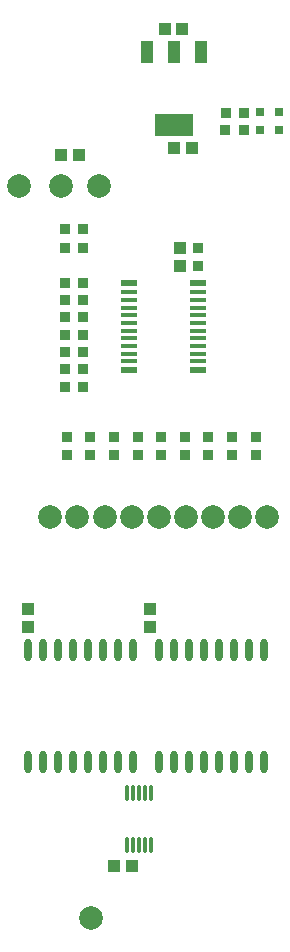
<source format=gtp>
G04*
G04 #@! TF.GenerationSoftware,Altium Limited,Altium Designer,20.2.6 (244)*
G04*
G04 Layer_Color=8421504*
%FSLAX25Y25*%
%MOIN*%
G70*
G04*
G04 #@! TF.SameCoordinates,6C8D4563-3A2C-4F61-AD53-F99773DFA7E0*
G04*
G04*
G04 #@! TF.FilePolarity,Positive*
G04*
G01*
G75*
%ADD18C,0.07874*%
%ADD19R,0.03937X0.04134*%
%ADD20R,0.03347X0.03543*%
%ADD21R,0.03937X0.07284*%
%ADD22R,0.12598X0.07284*%
%ADD23R,0.03150X0.03150*%
%ADD24R,0.04134X0.03937*%
%ADD25O,0.02362X0.07480*%
%ADD26R,0.05315X0.02362*%
%ADD27R,0.05315X0.01575*%
%ADD28R,0.03543X0.03347*%
%ADD29O,0.01181X0.05709*%
D18*
X89950Y134150D02*
D03*
X79900Y377953D02*
D03*
X65900D02*
D03*
X121575Y267795D02*
D03*
X85433Y267795D02*
D03*
X94488Y267795D02*
D03*
X76378D02*
D03*
X103543Y267795D02*
D03*
X112598D02*
D03*
X130748Y267795D02*
D03*
X139764Y267795D02*
D03*
X148819D02*
D03*
X92520Y377953D02*
D03*
D19*
X109622Y231063D02*
D03*
Y236968D02*
D03*
X69100Y237053D02*
D03*
Y231147D02*
D03*
X119685Y351279D02*
D03*
Y357185D02*
D03*
D20*
X140952Y402394D02*
D03*
X134850D02*
D03*
X134810Y396602D02*
D03*
X140913D02*
D03*
X87382Y311142D02*
D03*
X81279D02*
D03*
Y322756D02*
D03*
X87382D02*
D03*
X81279Y345630D02*
D03*
X87382D02*
D03*
Y316850D02*
D03*
X81279D02*
D03*
X87382Y328465D02*
D03*
X81279D02*
D03*
X87382Y334173D02*
D03*
X81279D02*
D03*
X87382Y339921D02*
D03*
X81279D02*
D03*
D21*
X126770Y422637D02*
D03*
X117715D02*
D03*
X108660D02*
D03*
D22*
X117715Y398424D02*
D03*
D23*
X152625Y396602D02*
D03*
X146326D02*
D03*
X152665Y402591D02*
D03*
X146365D02*
D03*
D24*
X114565Y430452D02*
D03*
X120471D02*
D03*
X117754Y390649D02*
D03*
X123660D02*
D03*
X85903Y388300D02*
D03*
X79997D02*
D03*
X97647Y151300D02*
D03*
X103553D02*
D03*
D25*
X103980Y223307D02*
D03*
X98980D02*
D03*
X93980D02*
D03*
X88980D02*
D03*
X83980D02*
D03*
X78980D02*
D03*
X73980D02*
D03*
X68980D02*
D03*
X103980Y185906D02*
D03*
X98980D02*
D03*
X93980D02*
D03*
X88980D02*
D03*
X83980D02*
D03*
X78980D02*
D03*
X73980D02*
D03*
X68980D02*
D03*
X147563Y223268D02*
D03*
X142563D02*
D03*
X137563D02*
D03*
X132563D02*
D03*
X127563D02*
D03*
X122563D02*
D03*
X117563D02*
D03*
X112563D02*
D03*
X147563Y185866D02*
D03*
X142563D02*
D03*
X137563D02*
D03*
X132563D02*
D03*
X127563D02*
D03*
X122563D02*
D03*
X117563D02*
D03*
X112563D02*
D03*
D26*
X125650Y316555D02*
D03*
Y345492D02*
D03*
X102618Y316555D02*
D03*
Y345492D02*
D03*
D27*
X125650Y324626D02*
D03*
Y332303D02*
D03*
Y334862D02*
D03*
Y337421D02*
D03*
Y339980D02*
D03*
Y342539D02*
D03*
X102618Y319508D02*
D03*
Y324626D02*
D03*
Y327185D02*
D03*
Y329744D02*
D03*
Y332303D02*
D03*
Y322067D02*
D03*
Y334862D02*
D03*
Y337421D02*
D03*
Y342539D02*
D03*
Y339980D02*
D03*
X125650Y329744D02*
D03*
Y327185D02*
D03*
Y322067D02*
D03*
Y319508D02*
D03*
D28*
X105512Y288386D02*
D03*
Y294488D02*
D03*
X113386Y288386D02*
D03*
Y294488D02*
D03*
X121260Y294350D02*
D03*
Y288248D02*
D03*
X129134Y294350D02*
D03*
Y288248D02*
D03*
X137008Y294350D02*
D03*
Y288248D02*
D03*
X144882D02*
D03*
Y294350D02*
D03*
X81457Y363543D02*
D03*
Y357441D02*
D03*
X81890Y288386D02*
D03*
Y294488D02*
D03*
X89764Y288386D02*
D03*
Y294488D02*
D03*
X87244Y363543D02*
D03*
Y357441D02*
D03*
X125591Y351181D02*
D03*
Y357283D02*
D03*
X97638Y288386D02*
D03*
Y294488D02*
D03*
D29*
X102056Y158335D02*
D03*
X104024D02*
D03*
X105993D02*
D03*
X107961D02*
D03*
X109930D02*
D03*
X102056Y175658D02*
D03*
X104024D02*
D03*
X105993D02*
D03*
X107961D02*
D03*
X109930D02*
D03*
M02*

</source>
